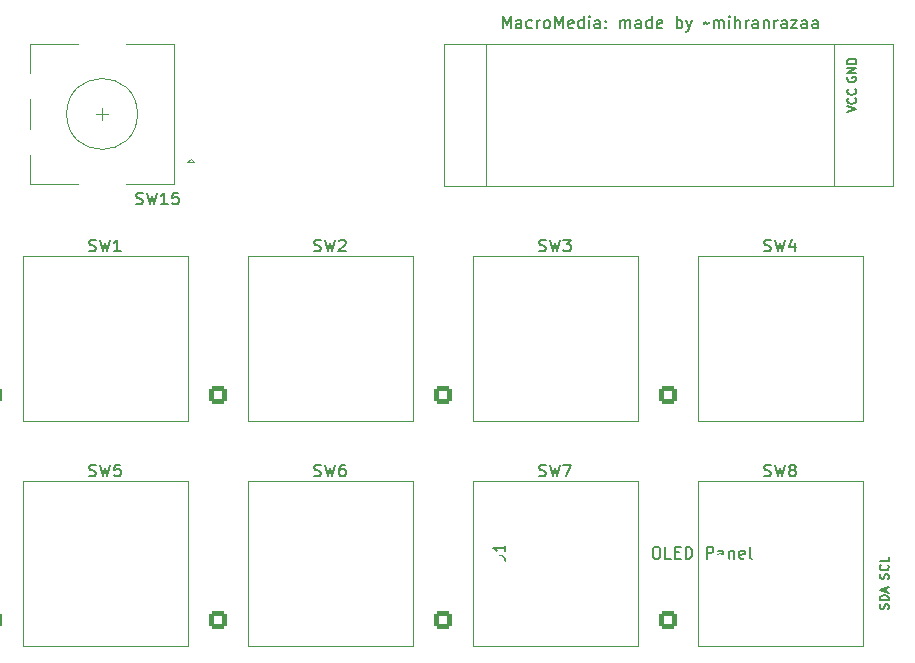
<source format=gto>
G04 #@! TF.GenerationSoftware,KiCad,Pcbnew,9.0.2*
G04 #@! TF.CreationDate,2025-06-09T08:41:51+05:30*
G04 #@! TF.ProjectId,DevBuddy,44657642-7564-4647-992e-6b696361645f,rev?*
G04 #@! TF.SameCoordinates,Original*
G04 #@! TF.FileFunction,Legend,Top*
G04 #@! TF.FilePolarity,Positive*
%FSLAX46Y46*%
G04 Gerber Fmt 4.6, Leading zero omitted, Abs format (unit mm)*
G04 Created by KiCad (PCBNEW 9.0.2) date 2025-06-09 08:41:51*
%MOMM*%
%LPD*%
G01*
G04 APERTURE LIST*
G04 Aperture macros list*
%AMRoundRect*
0 Rectangle with rounded corners*
0 $1 Rounding radius*
0 $2 $3 $4 $5 $6 $7 $8 $9 X,Y pos of 4 corners*
0 Add a 4 corners polygon primitive as box body*
4,1,4,$2,$3,$4,$5,$6,$7,$8,$9,$2,$3,0*
0 Add four circle primitives for the rounded corners*
1,1,$1+$1,$2,$3*
1,1,$1+$1,$4,$5*
1,1,$1+$1,$6,$7*
1,1,$1+$1,$8,$9*
0 Add four rect primitives between the rounded corners*
20,1,$1+$1,$2,$3,$4,$5,0*
20,1,$1+$1,$4,$5,$6,$7,0*
20,1,$1+$1,$6,$7,$8,$9,0*
20,1,$1+$1,$8,$9,$2,$3,0*%
G04 Aperture macros list end*
%ADD10C,0.150000*%
%ADD11C,0.040000*%
%ADD12C,0.120000*%
%ADD13C,1.524000*%
%ADD14R,1.700000X1.700000*%
%ADD15O,1.700000X1.700000*%
%ADD16C,2.000000*%
%ADD17R,3.200000X2.000000*%
%ADD18R,2.000000X2.000000*%
%ADD19C,2.200000*%
%ADD20C,1.700000*%
%ADD21C,4.000000*%
%ADD22C,1.600000*%
%ADD23RoundRect,0.250000X0.550000X-0.550000X0.550000X0.550000X-0.550000X0.550000X-0.550000X-0.550000X0*%
G04 APERTURE END LIST*
D10*
X136068029Y-80832319D02*
X136068029Y-79832319D01*
X136068029Y-79832319D02*
X136401362Y-80546604D01*
X136401362Y-80546604D02*
X136734695Y-79832319D01*
X136734695Y-79832319D02*
X136734695Y-80832319D01*
X137639457Y-80832319D02*
X137639457Y-80308509D01*
X137639457Y-80308509D02*
X137591838Y-80213271D01*
X137591838Y-80213271D02*
X137496600Y-80165652D01*
X137496600Y-80165652D02*
X137306124Y-80165652D01*
X137306124Y-80165652D02*
X137210886Y-80213271D01*
X137639457Y-80784700D02*
X137544219Y-80832319D01*
X137544219Y-80832319D02*
X137306124Y-80832319D01*
X137306124Y-80832319D02*
X137210886Y-80784700D01*
X137210886Y-80784700D02*
X137163267Y-80689461D01*
X137163267Y-80689461D02*
X137163267Y-80594223D01*
X137163267Y-80594223D02*
X137210886Y-80498985D01*
X137210886Y-80498985D02*
X137306124Y-80451366D01*
X137306124Y-80451366D02*
X137544219Y-80451366D01*
X137544219Y-80451366D02*
X137639457Y-80403747D01*
X138544219Y-80784700D02*
X138448981Y-80832319D01*
X138448981Y-80832319D02*
X138258505Y-80832319D01*
X138258505Y-80832319D02*
X138163267Y-80784700D01*
X138163267Y-80784700D02*
X138115648Y-80737080D01*
X138115648Y-80737080D02*
X138068029Y-80641842D01*
X138068029Y-80641842D02*
X138068029Y-80356128D01*
X138068029Y-80356128D02*
X138115648Y-80260890D01*
X138115648Y-80260890D02*
X138163267Y-80213271D01*
X138163267Y-80213271D02*
X138258505Y-80165652D01*
X138258505Y-80165652D02*
X138448981Y-80165652D01*
X138448981Y-80165652D02*
X138544219Y-80213271D01*
X138972791Y-80832319D02*
X138972791Y-80165652D01*
X138972791Y-80356128D02*
X139020410Y-80260890D01*
X139020410Y-80260890D02*
X139068029Y-80213271D01*
X139068029Y-80213271D02*
X139163267Y-80165652D01*
X139163267Y-80165652D02*
X139258505Y-80165652D01*
X139734696Y-80832319D02*
X139639458Y-80784700D01*
X139639458Y-80784700D02*
X139591839Y-80737080D01*
X139591839Y-80737080D02*
X139544220Y-80641842D01*
X139544220Y-80641842D02*
X139544220Y-80356128D01*
X139544220Y-80356128D02*
X139591839Y-80260890D01*
X139591839Y-80260890D02*
X139639458Y-80213271D01*
X139639458Y-80213271D02*
X139734696Y-80165652D01*
X139734696Y-80165652D02*
X139877553Y-80165652D01*
X139877553Y-80165652D02*
X139972791Y-80213271D01*
X139972791Y-80213271D02*
X140020410Y-80260890D01*
X140020410Y-80260890D02*
X140068029Y-80356128D01*
X140068029Y-80356128D02*
X140068029Y-80641842D01*
X140068029Y-80641842D02*
X140020410Y-80737080D01*
X140020410Y-80737080D02*
X139972791Y-80784700D01*
X139972791Y-80784700D02*
X139877553Y-80832319D01*
X139877553Y-80832319D02*
X139734696Y-80832319D01*
X140496601Y-80832319D02*
X140496601Y-79832319D01*
X140496601Y-79832319D02*
X140829934Y-80546604D01*
X140829934Y-80546604D02*
X141163267Y-79832319D01*
X141163267Y-79832319D02*
X141163267Y-80832319D01*
X142020410Y-80784700D02*
X141925172Y-80832319D01*
X141925172Y-80832319D02*
X141734696Y-80832319D01*
X141734696Y-80832319D02*
X141639458Y-80784700D01*
X141639458Y-80784700D02*
X141591839Y-80689461D01*
X141591839Y-80689461D02*
X141591839Y-80308509D01*
X141591839Y-80308509D02*
X141639458Y-80213271D01*
X141639458Y-80213271D02*
X141734696Y-80165652D01*
X141734696Y-80165652D02*
X141925172Y-80165652D01*
X141925172Y-80165652D02*
X142020410Y-80213271D01*
X142020410Y-80213271D02*
X142068029Y-80308509D01*
X142068029Y-80308509D02*
X142068029Y-80403747D01*
X142068029Y-80403747D02*
X141591839Y-80498985D01*
X142925172Y-80832319D02*
X142925172Y-79832319D01*
X142925172Y-80784700D02*
X142829934Y-80832319D01*
X142829934Y-80832319D02*
X142639458Y-80832319D01*
X142639458Y-80832319D02*
X142544220Y-80784700D01*
X142544220Y-80784700D02*
X142496601Y-80737080D01*
X142496601Y-80737080D02*
X142448982Y-80641842D01*
X142448982Y-80641842D02*
X142448982Y-80356128D01*
X142448982Y-80356128D02*
X142496601Y-80260890D01*
X142496601Y-80260890D02*
X142544220Y-80213271D01*
X142544220Y-80213271D02*
X142639458Y-80165652D01*
X142639458Y-80165652D02*
X142829934Y-80165652D01*
X142829934Y-80165652D02*
X142925172Y-80213271D01*
X143401363Y-80832319D02*
X143401363Y-80165652D01*
X143401363Y-79832319D02*
X143353744Y-79879938D01*
X143353744Y-79879938D02*
X143401363Y-79927557D01*
X143401363Y-79927557D02*
X143448982Y-79879938D01*
X143448982Y-79879938D02*
X143401363Y-79832319D01*
X143401363Y-79832319D02*
X143401363Y-79927557D01*
X144306124Y-80832319D02*
X144306124Y-80308509D01*
X144306124Y-80308509D02*
X144258505Y-80213271D01*
X144258505Y-80213271D02*
X144163267Y-80165652D01*
X144163267Y-80165652D02*
X143972791Y-80165652D01*
X143972791Y-80165652D02*
X143877553Y-80213271D01*
X144306124Y-80784700D02*
X144210886Y-80832319D01*
X144210886Y-80832319D02*
X143972791Y-80832319D01*
X143972791Y-80832319D02*
X143877553Y-80784700D01*
X143877553Y-80784700D02*
X143829934Y-80689461D01*
X143829934Y-80689461D02*
X143829934Y-80594223D01*
X143829934Y-80594223D02*
X143877553Y-80498985D01*
X143877553Y-80498985D02*
X143972791Y-80451366D01*
X143972791Y-80451366D02*
X144210886Y-80451366D01*
X144210886Y-80451366D02*
X144306124Y-80403747D01*
X144782315Y-80737080D02*
X144829934Y-80784700D01*
X144829934Y-80784700D02*
X144782315Y-80832319D01*
X144782315Y-80832319D02*
X144734696Y-80784700D01*
X144734696Y-80784700D02*
X144782315Y-80737080D01*
X144782315Y-80737080D02*
X144782315Y-80832319D01*
X144782315Y-80213271D02*
X144829934Y-80260890D01*
X144829934Y-80260890D02*
X144782315Y-80308509D01*
X144782315Y-80308509D02*
X144734696Y-80260890D01*
X144734696Y-80260890D02*
X144782315Y-80213271D01*
X144782315Y-80213271D02*
X144782315Y-80308509D01*
X146020410Y-80832319D02*
X146020410Y-80165652D01*
X146020410Y-80260890D02*
X146068029Y-80213271D01*
X146068029Y-80213271D02*
X146163267Y-80165652D01*
X146163267Y-80165652D02*
X146306124Y-80165652D01*
X146306124Y-80165652D02*
X146401362Y-80213271D01*
X146401362Y-80213271D02*
X146448981Y-80308509D01*
X146448981Y-80308509D02*
X146448981Y-80832319D01*
X146448981Y-80308509D02*
X146496600Y-80213271D01*
X146496600Y-80213271D02*
X146591838Y-80165652D01*
X146591838Y-80165652D02*
X146734695Y-80165652D01*
X146734695Y-80165652D02*
X146829934Y-80213271D01*
X146829934Y-80213271D02*
X146877553Y-80308509D01*
X146877553Y-80308509D02*
X146877553Y-80832319D01*
X147782314Y-80832319D02*
X147782314Y-80308509D01*
X147782314Y-80308509D02*
X147734695Y-80213271D01*
X147734695Y-80213271D02*
X147639457Y-80165652D01*
X147639457Y-80165652D02*
X147448981Y-80165652D01*
X147448981Y-80165652D02*
X147353743Y-80213271D01*
X147782314Y-80784700D02*
X147687076Y-80832319D01*
X147687076Y-80832319D02*
X147448981Y-80832319D01*
X147448981Y-80832319D02*
X147353743Y-80784700D01*
X147353743Y-80784700D02*
X147306124Y-80689461D01*
X147306124Y-80689461D02*
X147306124Y-80594223D01*
X147306124Y-80594223D02*
X147353743Y-80498985D01*
X147353743Y-80498985D02*
X147448981Y-80451366D01*
X147448981Y-80451366D02*
X147687076Y-80451366D01*
X147687076Y-80451366D02*
X147782314Y-80403747D01*
X148687076Y-80832319D02*
X148687076Y-79832319D01*
X148687076Y-80784700D02*
X148591838Y-80832319D01*
X148591838Y-80832319D02*
X148401362Y-80832319D01*
X148401362Y-80832319D02*
X148306124Y-80784700D01*
X148306124Y-80784700D02*
X148258505Y-80737080D01*
X148258505Y-80737080D02*
X148210886Y-80641842D01*
X148210886Y-80641842D02*
X148210886Y-80356128D01*
X148210886Y-80356128D02*
X148258505Y-80260890D01*
X148258505Y-80260890D02*
X148306124Y-80213271D01*
X148306124Y-80213271D02*
X148401362Y-80165652D01*
X148401362Y-80165652D02*
X148591838Y-80165652D01*
X148591838Y-80165652D02*
X148687076Y-80213271D01*
X149544219Y-80784700D02*
X149448981Y-80832319D01*
X149448981Y-80832319D02*
X149258505Y-80832319D01*
X149258505Y-80832319D02*
X149163267Y-80784700D01*
X149163267Y-80784700D02*
X149115648Y-80689461D01*
X149115648Y-80689461D02*
X149115648Y-80308509D01*
X149115648Y-80308509D02*
X149163267Y-80213271D01*
X149163267Y-80213271D02*
X149258505Y-80165652D01*
X149258505Y-80165652D02*
X149448981Y-80165652D01*
X149448981Y-80165652D02*
X149544219Y-80213271D01*
X149544219Y-80213271D02*
X149591838Y-80308509D01*
X149591838Y-80308509D02*
X149591838Y-80403747D01*
X149591838Y-80403747D02*
X149115648Y-80498985D01*
X150782315Y-80832319D02*
X150782315Y-79832319D01*
X150782315Y-80213271D02*
X150877553Y-80165652D01*
X150877553Y-80165652D02*
X151068029Y-80165652D01*
X151068029Y-80165652D02*
X151163267Y-80213271D01*
X151163267Y-80213271D02*
X151210886Y-80260890D01*
X151210886Y-80260890D02*
X151258505Y-80356128D01*
X151258505Y-80356128D02*
X151258505Y-80641842D01*
X151258505Y-80641842D02*
X151210886Y-80737080D01*
X151210886Y-80737080D02*
X151163267Y-80784700D01*
X151163267Y-80784700D02*
X151068029Y-80832319D01*
X151068029Y-80832319D02*
X150877553Y-80832319D01*
X150877553Y-80832319D02*
X150782315Y-80784700D01*
X151591839Y-80165652D02*
X151829934Y-80832319D01*
X152068029Y-80165652D02*
X151829934Y-80832319D01*
X151829934Y-80832319D02*
X151734696Y-81070414D01*
X151734696Y-81070414D02*
X151687077Y-81118033D01*
X151687077Y-81118033D02*
X151591839Y-81165652D01*
X153068030Y-80451366D02*
X153115649Y-80403747D01*
X153115649Y-80403747D02*
X153210887Y-80356128D01*
X153210887Y-80356128D02*
X153401363Y-80451366D01*
X153401363Y-80451366D02*
X153496601Y-80403747D01*
X153496601Y-80403747D02*
X153544220Y-80356128D01*
X153925173Y-80832319D02*
X153925173Y-80165652D01*
X153925173Y-80260890D02*
X153972792Y-80213271D01*
X153972792Y-80213271D02*
X154068030Y-80165652D01*
X154068030Y-80165652D02*
X154210887Y-80165652D01*
X154210887Y-80165652D02*
X154306125Y-80213271D01*
X154306125Y-80213271D02*
X154353744Y-80308509D01*
X154353744Y-80308509D02*
X154353744Y-80832319D01*
X154353744Y-80308509D02*
X154401363Y-80213271D01*
X154401363Y-80213271D02*
X154496601Y-80165652D01*
X154496601Y-80165652D02*
X154639458Y-80165652D01*
X154639458Y-80165652D02*
X154734697Y-80213271D01*
X154734697Y-80213271D02*
X154782316Y-80308509D01*
X154782316Y-80308509D02*
X154782316Y-80832319D01*
X155258506Y-80832319D02*
X155258506Y-80165652D01*
X155258506Y-79832319D02*
X155210887Y-79879938D01*
X155210887Y-79879938D02*
X155258506Y-79927557D01*
X155258506Y-79927557D02*
X155306125Y-79879938D01*
X155306125Y-79879938D02*
X155258506Y-79832319D01*
X155258506Y-79832319D02*
X155258506Y-79927557D01*
X155734696Y-80832319D02*
X155734696Y-79832319D01*
X156163267Y-80832319D02*
X156163267Y-80308509D01*
X156163267Y-80308509D02*
X156115648Y-80213271D01*
X156115648Y-80213271D02*
X156020410Y-80165652D01*
X156020410Y-80165652D02*
X155877553Y-80165652D01*
X155877553Y-80165652D02*
X155782315Y-80213271D01*
X155782315Y-80213271D02*
X155734696Y-80260890D01*
X156639458Y-80832319D02*
X156639458Y-80165652D01*
X156639458Y-80356128D02*
X156687077Y-80260890D01*
X156687077Y-80260890D02*
X156734696Y-80213271D01*
X156734696Y-80213271D02*
X156829934Y-80165652D01*
X156829934Y-80165652D02*
X156925172Y-80165652D01*
X157687077Y-80832319D02*
X157687077Y-80308509D01*
X157687077Y-80308509D02*
X157639458Y-80213271D01*
X157639458Y-80213271D02*
X157544220Y-80165652D01*
X157544220Y-80165652D02*
X157353744Y-80165652D01*
X157353744Y-80165652D02*
X157258506Y-80213271D01*
X157687077Y-80784700D02*
X157591839Y-80832319D01*
X157591839Y-80832319D02*
X157353744Y-80832319D01*
X157353744Y-80832319D02*
X157258506Y-80784700D01*
X157258506Y-80784700D02*
X157210887Y-80689461D01*
X157210887Y-80689461D02*
X157210887Y-80594223D01*
X157210887Y-80594223D02*
X157258506Y-80498985D01*
X157258506Y-80498985D02*
X157353744Y-80451366D01*
X157353744Y-80451366D02*
X157591839Y-80451366D01*
X157591839Y-80451366D02*
X157687077Y-80403747D01*
X158163268Y-80165652D02*
X158163268Y-80832319D01*
X158163268Y-80260890D02*
X158210887Y-80213271D01*
X158210887Y-80213271D02*
X158306125Y-80165652D01*
X158306125Y-80165652D02*
X158448982Y-80165652D01*
X158448982Y-80165652D02*
X158544220Y-80213271D01*
X158544220Y-80213271D02*
X158591839Y-80308509D01*
X158591839Y-80308509D02*
X158591839Y-80832319D01*
X159068030Y-80832319D02*
X159068030Y-80165652D01*
X159068030Y-80356128D02*
X159115649Y-80260890D01*
X159115649Y-80260890D02*
X159163268Y-80213271D01*
X159163268Y-80213271D02*
X159258506Y-80165652D01*
X159258506Y-80165652D02*
X159353744Y-80165652D01*
X160115649Y-80832319D02*
X160115649Y-80308509D01*
X160115649Y-80308509D02*
X160068030Y-80213271D01*
X160068030Y-80213271D02*
X159972792Y-80165652D01*
X159972792Y-80165652D02*
X159782316Y-80165652D01*
X159782316Y-80165652D02*
X159687078Y-80213271D01*
X160115649Y-80784700D02*
X160020411Y-80832319D01*
X160020411Y-80832319D02*
X159782316Y-80832319D01*
X159782316Y-80832319D02*
X159687078Y-80784700D01*
X159687078Y-80784700D02*
X159639459Y-80689461D01*
X159639459Y-80689461D02*
X159639459Y-80594223D01*
X159639459Y-80594223D02*
X159687078Y-80498985D01*
X159687078Y-80498985D02*
X159782316Y-80451366D01*
X159782316Y-80451366D02*
X160020411Y-80451366D01*
X160020411Y-80451366D02*
X160115649Y-80403747D01*
X160496602Y-80165652D02*
X161020411Y-80165652D01*
X161020411Y-80165652D02*
X160496602Y-80832319D01*
X160496602Y-80832319D02*
X161020411Y-80832319D01*
X161829935Y-80832319D02*
X161829935Y-80308509D01*
X161829935Y-80308509D02*
X161782316Y-80213271D01*
X161782316Y-80213271D02*
X161687078Y-80165652D01*
X161687078Y-80165652D02*
X161496602Y-80165652D01*
X161496602Y-80165652D02*
X161401364Y-80213271D01*
X161829935Y-80784700D02*
X161734697Y-80832319D01*
X161734697Y-80832319D02*
X161496602Y-80832319D01*
X161496602Y-80832319D02*
X161401364Y-80784700D01*
X161401364Y-80784700D02*
X161353745Y-80689461D01*
X161353745Y-80689461D02*
X161353745Y-80594223D01*
X161353745Y-80594223D02*
X161401364Y-80498985D01*
X161401364Y-80498985D02*
X161496602Y-80451366D01*
X161496602Y-80451366D02*
X161734697Y-80451366D01*
X161734697Y-80451366D02*
X161829935Y-80403747D01*
X162734697Y-80832319D02*
X162734697Y-80308509D01*
X162734697Y-80308509D02*
X162687078Y-80213271D01*
X162687078Y-80213271D02*
X162591840Y-80165652D01*
X162591840Y-80165652D02*
X162401364Y-80165652D01*
X162401364Y-80165652D02*
X162306126Y-80213271D01*
X162734697Y-80784700D02*
X162639459Y-80832319D01*
X162639459Y-80832319D02*
X162401364Y-80832319D01*
X162401364Y-80832319D02*
X162306126Y-80784700D01*
X162306126Y-80784700D02*
X162258507Y-80689461D01*
X162258507Y-80689461D02*
X162258507Y-80594223D01*
X162258507Y-80594223D02*
X162306126Y-80498985D01*
X162306126Y-80498985D02*
X162401364Y-80451366D01*
X162401364Y-80451366D02*
X162639459Y-80451366D01*
X162639459Y-80451366D02*
X162734697Y-80403747D01*
X135273569Y-125543333D02*
X135987854Y-125543333D01*
X135987854Y-125543333D02*
X136130711Y-125590952D01*
X136130711Y-125590952D02*
X136225950Y-125686190D01*
X136225950Y-125686190D02*
X136273569Y-125829047D01*
X136273569Y-125829047D02*
X136273569Y-125924285D01*
X136273569Y-124543333D02*
X136273569Y-125114761D01*
X136273569Y-124829047D02*
X135273569Y-124829047D01*
X135273569Y-124829047D02*
X135416426Y-124924285D01*
X135416426Y-124924285D02*
X135511664Y-125019523D01*
X135511664Y-125019523D02*
X135559283Y-125114761D01*
X168722200Y-130020713D02*
X168757914Y-129913571D01*
X168757914Y-129913571D02*
X168757914Y-129734999D01*
X168757914Y-129734999D02*
X168722200Y-129663571D01*
X168722200Y-129663571D02*
X168686485Y-129627856D01*
X168686485Y-129627856D02*
X168615057Y-129592142D01*
X168615057Y-129592142D02*
X168543628Y-129592142D01*
X168543628Y-129592142D02*
X168472200Y-129627856D01*
X168472200Y-129627856D02*
X168436485Y-129663571D01*
X168436485Y-129663571D02*
X168400771Y-129734999D01*
X168400771Y-129734999D02*
X168365057Y-129877856D01*
X168365057Y-129877856D02*
X168329342Y-129949285D01*
X168329342Y-129949285D02*
X168293628Y-129984999D01*
X168293628Y-129984999D02*
X168222200Y-130020713D01*
X168222200Y-130020713D02*
X168150771Y-130020713D01*
X168150771Y-130020713D02*
X168079342Y-129984999D01*
X168079342Y-129984999D02*
X168043628Y-129949285D01*
X168043628Y-129949285D02*
X168007914Y-129877856D01*
X168007914Y-129877856D02*
X168007914Y-129699285D01*
X168007914Y-129699285D02*
X168043628Y-129592142D01*
X168757914Y-129270713D02*
X168007914Y-129270713D01*
X168007914Y-129270713D02*
X168007914Y-129092142D01*
X168007914Y-129092142D02*
X168043628Y-128984999D01*
X168043628Y-128984999D02*
X168115057Y-128913570D01*
X168115057Y-128913570D02*
X168186485Y-128877856D01*
X168186485Y-128877856D02*
X168329342Y-128842142D01*
X168329342Y-128842142D02*
X168436485Y-128842142D01*
X168436485Y-128842142D02*
X168579342Y-128877856D01*
X168579342Y-128877856D02*
X168650771Y-128913570D01*
X168650771Y-128913570D02*
X168722200Y-128984999D01*
X168722200Y-128984999D02*
X168757914Y-129092142D01*
X168757914Y-129092142D02*
X168757914Y-129270713D01*
X168543628Y-128556427D02*
X168543628Y-128199285D01*
X168757914Y-128627856D02*
X168007914Y-128377856D01*
X168007914Y-128377856D02*
X168757914Y-128127856D01*
X148990178Y-124754819D02*
X149180654Y-124754819D01*
X149180654Y-124754819D02*
X149275892Y-124802438D01*
X149275892Y-124802438D02*
X149371130Y-124897676D01*
X149371130Y-124897676D02*
X149418749Y-125088152D01*
X149418749Y-125088152D02*
X149418749Y-125421485D01*
X149418749Y-125421485D02*
X149371130Y-125611961D01*
X149371130Y-125611961D02*
X149275892Y-125707200D01*
X149275892Y-125707200D02*
X149180654Y-125754819D01*
X149180654Y-125754819D02*
X148990178Y-125754819D01*
X148990178Y-125754819D02*
X148894940Y-125707200D01*
X148894940Y-125707200D02*
X148799702Y-125611961D01*
X148799702Y-125611961D02*
X148752083Y-125421485D01*
X148752083Y-125421485D02*
X148752083Y-125088152D01*
X148752083Y-125088152D02*
X148799702Y-124897676D01*
X148799702Y-124897676D02*
X148894940Y-124802438D01*
X148894940Y-124802438D02*
X148990178Y-124754819D01*
X150323511Y-125754819D02*
X149847321Y-125754819D01*
X149847321Y-125754819D02*
X149847321Y-124754819D01*
X150656845Y-125231009D02*
X150990178Y-125231009D01*
X151133035Y-125754819D02*
X150656845Y-125754819D01*
X150656845Y-125754819D02*
X150656845Y-124754819D01*
X150656845Y-124754819D02*
X151133035Y-124754819D01*
X151561607Y-125754819D02*
X151561607Y-124754819D01*
X151561607Y-124754819D02*
X151799702Y-124754819D01*
X151799702Y-124754819D02*
X151942559Y-124802438D01*
X151942559Y-124802438D02*
X152037797Y-124897676D01*
X152037797Y-124897676D02*
X152085416Y-124992914D01*
X152085416Y-124992914D02*
X152133035Y-125183390D01*
X152133035Y-125183390D02*
X152133035Y-125326247D01*
X152133035Y-125326247D02*
X152085416Y-125516723D01*
X152085416Y-125516723D02*
X152037797Y-125611961D01*
X152037797Y-125611961D02*
X151942559Y-125707200D01*
X151942559Y-125707200D02*
X151799702Y-125754819D01*
X151799702Y-125754819D02*
X151561607Y-125754819D01*
X153323512Y-125754819D02*
X153323512Y-124754819D01*
X153323512Y-124754819D02*
X153704464Y-124754819D01*
X153704464Y-124754819D02*
X153799702Y-124802438D01*
X153799702Y-124802438D02*
X153847321Y-124850057D01*
X153847321Y-124850057D02*
X153894940Y-124945295D01*
X153894940Y-124945295D02*
X153894940Y-125088152D01*
X153894940Y-125088152D02*
X153847321Y-125183390D01*
X153847321Y-125183390D02*
X153799702Y-125231009D01*
X153799702Y-125231009D02*
X153704464Y-125278628D01*
X153704464Y-125278628D02*
X153323512Y-125278628D01*
X154752083Y-125754819D02*
X154752083Y-125231009D01*
X154752083Y-125231009D02*
X154704464Y-125135771D01*
X154704464Y-125135771D02*
X154609226Y-125088152D01*
X154609226Y-125088152D02*
X154418750Y-125088152D01*
X154418750Y-125088152D02*
X154323512Y-125135771D01*
X154752083Y-125707200D02*
X154656845Y-125754819D01*
X154656845Y-125754819D02*
X154418750Y-125754819D01*
X154418750Y-125754819D02*
X154323512Y-125707200D01*
X154323512Y-125707200D02*
X154275893Y-125611961D01*
X154275893Y-125611961D02*
X154275893Y-125516723D01*
X154275893Y-125516723D02*
X154323512Y-125421485D01*
X154323512Y-125421485D02*
X154418750Y-125373866D01*
X154418750Y-125373866D02*
X154656845Y-125373866D01*
X154656845Y-125373866D02*
X154752083Y-125326247D01*
X155228274Y-125088152D02*
X155228274Y-125754819D01*
X155228274Y-125183390D02*
X155275893Y-125135771D01*
X155275893Y-125135771D02*
X155371131Y-125088152D01*
X155371131Y-125088152D02*
X155513988Y-125088152D01*
X155513988Y-125088152D02*
X155609226Y-125135771D01*
X155609226Y-125135771D02*
X155656845Y-125231009D01*
X155656845Y-125231009D02*
X155656845Y-125754819D01*
X156513988Y-125707200D02*
X156418750Y-125754819D01*
X156418750Y-125754819D02*
X156228274Y-125754819D01*
X156228274Y-125754819D02*
X156133036Y-125707200D01*
X156133036Y-125707200D02*
X156085417Y-125611961D01*
X156085417Y-125611961D02*
X156085417Y-125231009D01*
X156085417Y-125231009D02*
X156133036Y-125135771D01*
X156133036Y-125135771D02*
X156228274Y-125088152D01*
X156228274Y-125088152D02*
X156418750Y-125088152D01*
X156418750Y-125088152D02*
X156513988Y-125135771D01*
X156513988Y-125135771D02*
X156561607Y-125231009D01*
X156561607Y-125231009D02*
X156561607Y-125326247D01*
X156561607Y-125326247D02*
X156085417Y-125421485D01*
X157133036Y-125754819D02*
X157037798Y-125707200D01*
X157037798Y-125707200D02*
X156990179Y-125611961D01*
X156990179Y-125611961D02*
X156990179Y-124754819D01*
X165258628Y-84982678D02*
X165222914Y-85054107D01*
X165222914Y-85054107D02*
X165222914Y-85161249D01*
X165222914Y-85161249D02*
X165258628Y-85268392D01*
X165258628Y-85268392D02*
X165330057Y-85339821D01*
X165330057Y-85339821D02*
X165401485Y-85375535D01*
X165401485Y-85375535D02*
X165544342Y-85411249D01*
X165544342Y-85411249D02*
X165651485Y-85411249D01*
X165651485Y-85411249D02*
X165794342Y-85375535D01*
X165794342Y-85375535D02*
X165865771Y-85339821D01*
X165865771Y-85339821D02*
X165937200Y-85268392D01*
X165937200Y-85268392D02*
X165972914Y-85161249D01*
X165972914Y-85161249D02*
X165972914Y-85089821D01*
X165972914Y-85089821D02*
X165937200Y-84982678D01*
X165937200Y-84982678D02*
X165901485Y-84946964D01*
X165901485Y-84946964D02*
X165651485Y-84946964D01*
X165651485Y-84946964D02*
X165651485Y-85089821D01*
X165972914Y-84625535D02*
X165222914Y-84625535D01*
X165222914Y-84625535D02*
X165972914Y-84196964D01*
X165972914Y-84196964D02*
X165222914Y-84196964D01*
X165972914Y-83839821D02*
X165222914Y-83839821D01*
X165222914Y-83839821D02*
X165222914Y-83661250D01*
X165222914Y-83661250D02*
X165258628Y-83554107D01*
X165258628Y-83554107D02*
X165330057Y-83482678D01*
X165330057Y-83482678D02*
X165401485Y-83446964D01*
X165401485Y-83446964D02*
X165544342Y-83411250D01*
X165544342Y-83411250D02*
X165651485Y-83411250D01*
X165651485Y-83411250D02*
X165794342Y-83446964D01*
X165794342Y-83446964D02*
X165865771Y-83482678D01*
X165865771Y-83482678D02*
X165937200Y-83554107D01*
X165937200Y-83554107D02*
X165972914Y-83661250D01*
X165972914Y-83661250D02*
X165972914Y-83839821D01*
X165222914Y-87951249D02*
X165972914Y-87701249D01*
X165972914Y-87701249D02*
X165222914Y-87451249D01*
X165901485Y-86772678D02*
X165937200Y-86808392D01*
X165937200Y-86808392D02*
X165972914Y-86915535D01*
X165972914Y-86915535D02*
X165972914Y-86986963D01*
X165972914Y-86986963D02*
X165937200Y-87094106D01*
X165937200Y-87094106D02*
X165865771Y-87165535D01*
X165865771Y-87165535D02*
X165794342Y-87201249D01*
X165794342Y-87201249D02*
X165651485Y-87236963D01*
X165651485Y-87236963D02*
X165544342Y-87236963D01*
X165544342Y-87236963D02*
X165401485Y-87201249D01*
X165401485Y-87201249D02*
X165330057Y-87165535D01*
X165330057Y-87165535D02*
X165258628Y-87094106D01*
X165258628Y-87094106D02*
X165222914Y-86986963D01*
X165222914Y-86986963D02*
X165222914Y-86915535D01*
X165222914Y-86915535D02*
X165258628Y-86808392D01*
X165258628Y-86808392D02*
X165294342Y-86772678D01*
X165901485Y-86022678D02*
X165937200Y-86058392D01*
X165937200Y-86058392D02*
X165972914Y-86165535D01*
X165972914Y-86165535D02*
X165972914Y-86236963D01*
X165972914Y-86236963D02*
X165937200Y-86344106D01*
X165937200Y-86344106D02*
X165865771Y-86415535D01*
X165865771Y-86415535D02*
X165794342Y-86451249D01*
X165794342Y-86451249D02*
X165651485Y-86486963D01*
X165651485Y-86486963D02*
X165544342Y-86486963D01*
X165544342Y-86486963D02*
X165401485Y-86451249D01*
X165401485Y-86451249D02*
X165330057Y-86415535D01*
X165330057Y-86415535D02*
X165258628Y-86344106D01*
X165258628Y-86344106D02*
X165222914Y-86236963D01*
X165222914Y-86236963D02*
X165222914Y-86165535D01*
X165222914Y-86165535D02*
X165258628Y-86058392D01*
X165258628Y-86058392D02*
X165294342Y-86022678D01*
X168722200Y-127462856D02*
X168757914Y-127355714D01*
X168757914Y-127355714D02*
X168757914Y-127177142D01*
X168757914Y-127177142D02*
X168722200Y-127105714D01*
X168722200Y-127105714D02*
X168686485Y-127069999D01*
X168686485Y-127069999D02*
X168615057Y-127034285D01*
X168615057Y-127034285D02*
X168543628Y-127034285D01*
X168543628Y-127034285D02*
X168472200Y-127069999D01*
X168472200Y-127069999D02*
X168436485Y-127105714D01*
X168436485Y-127105714D02*
X168400771Y-127177142D01*
X168400771Y-127177142D02*
X168365057Y-127319999D01*
X168365057Y-127319999D02*
X168329342Y-127391428D01*
X168329342Y-127391428D02*
X168293628Y-127427142D01*
X168293628Y-127427142D02*
X168222200Y-127462856D01*
X168222200Y-127462856D02*
X168150771Y-127462856D01*
X168150771Y-127462856D02*
X168079342Y-127427142D01*
X168079342Y-127427142D02*
X168043628Y-127391428D01*
X168043628Y-127391428D02*
X168007914Y-127319999D01*
X168007914Y-127319999D02*
X168007914Y-127141428D01*
X168007914Y-127141428D02*
X168043628Y-127034285D01*
X168686485Y-126284285D02*
X168722200Y-126319999D01*
X168722200Y-126319999D02*
X168757914Y-126427142D01*
X168757914Y-126427142D02*
X168757914Y-126498570D01*
X168757914Y-126498570D02*
X168722200Y-126605713D01*
X168722200Y-126605713D02*
X168650771Y-126677142D01*
X168650771Y-126677142D02*
X168579342Y-126712856D01*
X168579342Y-126712856D02*
X168436485Y-126748570D01*
X168436485Y-126748570D02*
X168329342Y-126748570D01*
X168329342Y-126748570D02*
X168186485Y-126712856D01*
X168186485Y-126712856D02*
X168115057Y-126677142D01*
X168115057Y-126677142D02*
X168043628Y-126605713D01*
X168043628Y-126605713D02*
X168007914Y-126498570D01*
X168007914Y-126498570D02*
X168007914Y-126427142D01*
X168007914Y-126427142D02*
X168043628Y-126319999D01*
X168043628Y-126319999D02*
X168079342Y-126284285D01*
X168757914Y-125605713D02*
X168757914Y-125962856D01*
X168757914Y-125962856D02*
X168007914Y-125962856D01*
X105034226Y-95713450D02*
X105177083Y-95761069D01*
X105177083Y-95761069D02*
X105415178Y-95761069D01*
X105415178Y-95761069D02*
X105510416Y-95713450D01*
X105510416Y-95713450D02*
X105558035Y-95665830D01*
X105558035Y-95665830D02*
X105605654Y-95570592D01*
X105605654Y-95570592D02*
X105605654Y-95475354D01*
X105605654Y-95475354D02*
X105558035Y-95380116D01*
X105558035Y-95380116D02*
X105510416Y-95332497D01*
X105510416Y-95332497D02*
X105415178Y-95284878D01*
X105415178Y-95284878D02*
X105224702Y-95237259D01*
X105224702Y-95237259D02*
X105129464Y-95189640D01*
X105129464Y-95189640D02*
X105081845Y-95142021D01*
X105081845Y-95142021D02*
X105034226Y-95046783D01*
X105034226Y-95046783D02*
X105034226Y-94951545D01*
X105034226Y-94951545D02*
X105081845Y-94856307D01*
X105081845Y-94856307D02*
X105129464Y-94808688D01*
X105129464Y-94808688D02*
X105224702Y-94761069D01*
X105224702Y-94761069D02*
X105462797Y-94761069D01*
X105462797Y-94761069D02*
X105605654Y-94808688D01*
X105938988Y-94761069D02*
X106177083Y-95761069D01*
X106177083Y-95761069D02*
X106367559Y-95046783D01*
X106367559Y-95046783D02*
X106558035Y-95761069D01*
X106558035Y-95761069D02*
X106796131Y-94761069D01*
X107700892Y-95761069D02*
X107129464Y-95761069D01*
X107415178Y-95761069D02*
X107415178Y-94761069D01*
X107415178Y-94761069D02*
X107319940Y-94903926D01*
X107319940Y-94903926D02*
X107224702Y-94999164D01*
X107224702Y-94999164D02*
X107129464Y-95046783D01*
X108605654Y-94761069D02*
X108129464Y-94761069D01*
X108129464Y-94761069D02*
X108081845Y-95237259D01*
X108081845Y-95237259D02*
X108129464Y-95189640D01*
X108129464Y-95189640D02*
X108224702Y-95142021D01*
X108224702Y-95142021D02*
X108462797Y-95142021D01*
X108462797Y-95142021D02*
X108558035Y-95189640D01*
X108558035Y-95189640D02*
X108605654Y-95237259D01*
X108605654Y-95237259D02*
X108653273Y-95332497D01*
X108653273Y-95332497D02*
X108653273Y-95570592D01*
X108653273Y-95570592D02*
X108605654Y-95665830D01*
X108605654Y-95665830D02*
X108558035Y-95713450D01*
X108558035Y-95713450D02*
X108462797Y-95761069D01*
X108462797Y-95761069D02*
X108224702Y-95761069D01*
X108224702Y-95761069D02*
X108129464Y-95713450D01*
X108129464Y-95713450D02*
X108081845Y-95665830D01*
X139160417Y-118739450D02*
X139303274Y-118787069D01*
X139303274Y-118787069D02*
X139541369Y-118787069D01*
X139541369Y-118787069D02*
X139636607Y-118739450D01*
X139636607Y-118739450D02*
X139684226Y-118691830D01*
X139684226Y-118691830D02*
X139731845Y-118596592D01*
X139731845Y-118596592D02*
X139731845Y-118501354D01*
X139731845Y-118501354D02*
X139684226Y-118406116D01*
X139684226Y-118406116D02*
X139636607Y-118358497D01*
X139636607Y-118358497D02*
X139541369Y-118310878D01*
X139541369Y-118310878D02*
X139350893Y-118263259D01*
X139350893Y-118263259D02*
X139255655Y-118215640D01*
X139255655Y-118215640D02*
X139208036Y-118168021D01*
X139208036Y-118168021D02*
X139160417Y-118072783D01*
X139160417Y-118072783D02*
X139160417Y-117977545D01*
X139160417Y-117977545D02*
X139208036Y-117882307D01*
X139208036Y-117882307D02*
X139255655Y-117834688D01*
X139255655Y-117834688D02*
X139350893Y-117787069D01*
X139350893Y-117787069D02*
X139588988Y-117787069D01*
X139588988Y-117787069D02*
X139731845Y-117834688D01*
X140065179Y-117787069D02*
X140303274Y-118787069D01*
X140303274Y-118787069D02*
X140493750Y-118072783D01*
X140493750Y-118072783D02*
X140684226Y-118787069D01*
X140684226Y-118787069D02*
X140922322Y-117787069D01*
X141208036Y-117787069D02*
X141874702Y-117787069D01*
X141874702Y-117787069D02*
X141446131Y-118787069D01*
X101060417Y-99689450D02*
X101203274Y-99737069D01*
X101203274Y-99737069D02*
X101441369Y-99737069D01*
X101441369Y-99737069D02*
X101536607Y-99689450D01*
X101536607Y-99689450D02*
X101584226Y-99641830D01*
X101584226Y-99641830D02*
X101631845Y-99546592D01*
X101631845Y-99546592D02*
X101631845Y-99451354D01*
X101631845Y-99451354D02*
X101584226Y-99356116D01*
X101584226Y-99356116D02*
X101536607Y-99308497D01*
X101536607Y-99308497D02*
X101441369Y-99260878D01*
X101441369Y-99260878D02*
X101250893Y-99213259D01*
X101250893Y-99213259D02*
X101155655Y-99165640D01*
X101155655Y-99165640D02*
X101108036Y-99118021D01*
X101108036Y-99118021D02*
X101060417Y-99022783D01*
X101060417Y-99022783D02*
X101060417Y-98927545D01*
X101060417Y-98927545D02*
X101108036Y-98832307D01*
X101108036Y-98832307D02*
X101155655Y-98784688D01*
X101155655Y-98784688D02*
X101250893Y-98737069D01*
X101250893Y-98737069D02*
X101488988Y-98737069D01*
X101488988Y-98737069D02*
X101631845Y-98784688D01*
X101965179Y-98737069D02*
X102203274Y-99737069D01*
X102203274Y-99737069D02*
X102393750Y-99022783D01*
X102393750Y-99022783D02*
X102584226Y-99737069D01*
X102584226Y-99737069D02*
X102822322Y-98737069D01*
X103727083Y-99737069D02*
X103155655Y-99737069D01*
X103441369Y-99737069D02*
X103441369Y-98737069D01*
X103441369Y-98737069D02*
X103346131Y-98879926D01*
X103346131Y-98879926D02*
X103250893Y-98975164D01*
X103250893Y-98975164D02*
X103155655Y-99022783D01*
X158210417Y-118739450D02*
X158353274Y-118787069D01*
X158353274Y-118787069D02*
X158591369Y-118787069D01*
X158591369Y-118787069D02*
X158686607Y-118739450D01*
X158686607Y-118739450D02*
X158734226Y-118691830D01*
X158734226Y-118691830D02*
X158781845Y-118596592D01*
X158781845Y-118596592D02*
X158781845Y-118501354D01*
X158781845Y-118501354D02*
X158734226Y-118406116D01*
X158734226Y-118406116D02*
X158686607Y-118358497D01*
X158686607Y-118358497D02*
X158591369Y-118310878D01*
X158591369Y-118310878D02*
X158400893Y-118263259D01*
X158400893Y-118263259D02*
X158305655Y-118215640D01*
X158305655Y-118215640D02*
X158258036Y-118168021D01*
X158258036Y-118168021D02*
X158210417Y-118072783D01*
X158210417Y-118072783D02*
X158210417Y-117977545D01*
X158210417Y-117977545D02*
X158258036Y-117882307D01*
X158258036Y-117882307D02*
X158305655Y-117834688D01*
X158305655Y-117834688D02*
X158400893Y-117787069D01*
X158400893Y-117787069D02*
X158638988Y-117787069D01*
X158638988Y-117787069D02*
X158781845Y-117834688D01*
X159115179Y-117787069D02*
X159353274Y-118787069D01*
X159353274Y-118787069D02*
X159543750Y-118072783D01*
X159543750Y-118072783D02*
X159734226Y-118787069D01*
X159734226Y-118787069D02*
X159972322Y-117787069D01*
X160496131Y-118215640D02*
X160400893Y-118168021D01*
X160400893Y-118168021D02*
X160353274Y-118120402D01*
X160353274Y-118120402D02*
X160305655Y-118025164D01*
X160305655Y-118025164D02*
X160305655Y-117977545D01*
X160305655Y-117977545D02*
X160353274Y-117882307D01*
X160353274Y-117882307D02*
X160400893Y-117834688D01*
X160400893Y-117834688D02*
X160496131Y-117787069D01*
X160496131Y-117787069D02*
X160686607Y-117787069D01*
X160686607Y-117787069D02*
X160781845Y-117834688D01*
X160781845Y-117834688D02*
X160829464Y-117882307D01*
X160829464Y-117882307D02*
X160877083Y-117977545D01*
X160877083Y-117977545D02*
X160877083Y-118025164D01*
X160877083Y-118025164D02*
X160829464Y-118120402D01*
X160829464Y-118120402D02*
X160781845Y-118168021D01*
X160781845Y-118168021D02*
X160686607Y-118215640D01*
X160686607Y-118215640D02*
X160496131Y-118215640D01*
X160496131Y-118215640D02*
X160400893Y-118263259D01*
X160400893Y-118263259D02*
X160353274Y-118310878D01*
X160353274Y-118310878D02*
X160305655Y-118406116D01*
X160305655Y-118406116D02*
X160305655Y-118596592D01*
X160305655Y-118596592D02*
X160353274Y-118691830D01*
X160353274Y-118691830D02*
X160400893Y-118739450D01*
X160400893Y-118739450D02*
X160496131Y-118787069D01*
X160496131Y-118787069D02*
X160686607Y-118787069D01*
X160686607Y-118787069D02*
X160781845Y-118739450D01*
X160781845Y-118739450D02*
X160829464Y-118691830D01*
X160829464Y-118691830D02*
X160877083Y-118596592D01*
X160877083Y-118596592D02*
X160877083Y-118406116D01*
X160877083Y-118406116D02*
X160829464Y-118310878D01*
X160829464Y-118310878D02*
X160781845Y-118263259D01*
X160781845Y-118263259D02*
X160686607Y-118215640D01*
X120110417Y-118739450D02*
X120253274Y-118787069D01*
X120253274Y-118787069D02*
X120491369Y-118787069D01*
X120491369Y-118787069D02*
X120586607Y-118739450D01*
X120586607Y-118739450D02*
X120634226Y-118691830D01*
X120634226Y-118691830D02*
X120681845Y-118596592D01*
X120681845Y-118596592D02*
X120681845Y-118501354D01*
X120681845Y-118501354D02*
X120634226Y-118406116D01*
X120634226Y-118406116D02*
X120586607Y-118358497D01*
X120586607Y-118358497D02*
X120491369Y-118310878D01*
X120491369Y-118310878D02*
X120300893Y-118263259D01*
X120300893Y-118263259D02*
X120205655Y-118215640D01*
X120205655Y-118215640D02*
X120158036Y-118168021D01*
X120158036Y-118168021D02*
X120110417Y-118072783D01*
X120110417Y-118072783D02*
X120110417Y-117977545D01*
X120110417Y-117977545D02*
X120158036Y-117882307D01*
X120158036Y-117882307D02*
X120205655Y-117834688D01*
X120205655Y-117834688D02*
X120300893Y-117787069D01*
X120300893Y-117787069D02*
X120538988Y-117787069D01*
X120538988Y-117787069D02*
X120681845Y-117834688D01*
X121015179Y-117787069D02*
X121253274Y-118787069D01*
X121253274Y-118787069D02*
X121443750Y-118072783D01*
X121443750Y-118072783D02*
X121634226Y-118787069D01*
X121634226Y-118787069D02*
X121872322Y-117787069D01*
X122681845Y-117787069D02*
X122491369Y-117787069D01*
X122491369Y-117787069D02*
X122396131Y-117834688D01*
X122396131Y-117834688D02*
X122348512Y-117882307D01*
X122348512Y-117882307D02*
X122253274Y-118025164D01*
X122253274Y-118025164D02*
X122205655Y-118215640D01*
X122205655Y-118215640D02*
X122205655Y-118596592D01*
X122205655Y-118596592D02*
X122253274Y-118691830D01*
X122253274Y-118691830D02*
X122300893Y-118739450D01*
X122300893Y-118739450D02*
X122396131Y-118787069D01*
X122396131Y-118787069D02*
X122586607Y-118787069D01*
X122586607Y-118787069D02*
X122681845Y-118739450D01*
X122681845Y-118739450D02*
X122729464Y-118691830D01*
X122729464Y-118691830D02*
X122777083Y-118596592D01*
X122777083Y-118596592D02*
X122777083Y-118358497D01*
X122777083Y-118358497D02*
X122729464Y-118263259D01*
X122729464Y-118263259D02*
X122681845Y-118215640D01*
X122681845Y-118215640D02*
X122586607Y-118168021D01*
X122586607Y-118168021D02*
X122396131Y-118168021D01*
X122396131Y-118168021D02*
X122300893Y-118215640D01*
X122300893Y-118215640D02*
X122253274Y-118263259D01*
X122253274Y-118263259D02*
X122205655Y-118358497D01*
X101060417Y-118739450D02*
X101203274Y-118787069D01*
X101203274Y-118787069D02*
X101441369Y-118787069D01*
X101441369Y-118787069D02*
X101536607Y-118739450D01*
X101536607Y-118739450D02*
X101584226Y-118691830D01*
X101584226Y-118691830D02*
X101631845Y-118596592D01*
X101631845Y-118596592D02*
X101631845Y-118501354D01*
X101631845Y-118501354D02*
X101584226Y-118406116D01*
X101584226Y-118406116D02*
X101536607Y-118358497D01*
X101536607Y-118358497D02*
X101441369Y-118310878D01*
X101441369Y-118310878D02*
X101250893Y-118263259D01*
X101250893Y-118263259D02*
X101155655Y-118215640D01*
X101155655Y-118215640D02*
X101108036Y-118168021D01*
X101108036Y-118168021D02*
X101060417Y-118072783D01*
X101060417Y-118072783D02*
X101060417Y-117977545D01*
X101060417Y-117977545D02*
X101108036Y-117882307D01*
X101108036Y-117882307D02*
X101155655Y-117834688D01*
X101155655Y-117834688D02*
X101250893Y-117787069D01*
X101250893Y-117787069D02*
X101488988Y-117787069D01*
X101488988Y-117787069D02*
X101631845Y-117834688D01*
X101965179Y-117787069D02*
X102203274Y-118787069D01*
X102203274Y-118787069D02*
X102393750Y-118072783D01*
X102393750Y-118072783D02*
X102584226Y-118787069D01*
X102584226Y-118787069D02*
X102822322Y-117787069D01*
X103679464Y-117787069D02*
X103203274Y-117787069D01*
X103203274Y-117787069D02*
X103155655Y-118263259D01*
X103155655Y-118263259D02*
X103203274Y-118215640D01*
X103203274Y-118215640D02*
X103298512Y-118168021D01*
X103298512Y-118168021D02*
X103536607Y-118168021D01*
X103536607Y-118168021D02*
X103631845Y-118215640D01*
X103631845Y-118215640D02*
X103679464Y-118263259D01*
X103679464Y-118263259D02*
X103727083Y-118358497D01*
X103727083Y-118358497D02*
X103727083Y-118596592D01*
X103727083Y-118596592D02*
X103679464Y-118691830D01*
X103679464Y-118691830D02*
X103631845Y-118739450D01*
X103631845Y-118739450D02*
X103536607Y-118787069D01*
X103536607Y-118787069D02*
X103298512Y-118787069D01*
X103298512Y-118787069D02*
X103203274Y-118739450D01*
X103203274Y-118739450D02*
X103155655Y-118691830D01*
X158210417Y-99689450D02*
X158353274Y-99737069D01*
X158353274Y-99737069D02*
X158591369Y-99737069D01*
X158591369Y-99737069D02*
X158686607Y-99689450D01*
X158686607Y-99689450D02*
X158734226Y-99641830D01*
X158734226Y-99641830D02*
X158781845Y-99546592D01*
X158781845Y-99546592D02*
X158781845Y-99451354D01*
X158781845Y-99451354D02*
X158734226Y-99356116D01*
X158734226Y-99356116D02*
X158686607Y-99308497D01*
X158686607Y-99308497D02*
X158591369Y-99260878D01*
X158591369Y-99260878D02*
X158400893Y-99213259D01*
X158400893Y-99213259D02*
X158305655Y-99165640D01*
X158305655Y-99165640D02*
X158258036Y-99118021D01*
X158258036Y-99118021D02*
X158210417Y-99022783D01*
X158210417Y-99022783D02*
X158210417Y-98927545D01*
X158210417Y-98927545D02*
X158258036Y-98832307D01*
X158258036Y-98832307D02*
X158305655Y-98784688D01*
X158305655Y-98784688D02*
X158400893Y-98737069D01*
X158400893Y-98737069D02*
X158638988Y-98737069D01*
X158638988Y-98737069D02*
X158781845Y-98784688D01*
X159115179Y-98737069D02*
X159353274Y-99737069D01*
X159353274Y-99737069D02*
X159543750Y-99022783D01*
X159543750Y-99022783D02*
X159734226Y-99737069D01*
X159734226Y-99737069D02*
X159972322Y-98737069D01*
X160781845Y-99070402D02*
X160781845Y-99737069D01*
X160543750Y-98689450D02*
X160305655Y-99403735D01*
X160305655Y-99403735D02*
X160924702Y-99403735D01*
X139160417Y-99689450D02*
X139303274Y-99737069D01*
X139303274Y-99737069D02*
X139541369Y-99737069D01*
X139541369Y-99737069D02*
X139636607Y-99689450D01*
X139636607Y-99689450D02*
X139684226Y-99641830D01*
X139684226Y-99641830D02*
X139731845Y-99546592D01*
X139731845Y-99546592D02*
X139731845Y-99451354D01*
X139731845Y-99451354D02*
X139684226Y-99356116D01*
X139684226Y-99356116D02*
X139636607Y-99308497D01*
X139636607Y-99308497D02*
X139541369Y-99260878D01*
X139541369Y-99260878D02*
X139350893Y-99213259D01*
X139350893Y-99213259D02*
X139255655Y-99165640D01*
X139255655Y-99165640D02*
X139208036Y-99118021D01*
X139208036Y-99118021D02*
X139160417Y-99022783D01*
X139160417Y-99022783D02*
X139160417Y-98927545D01*
X139160417Y-98927545D02*
X139208036Y-98832307D01*
X139208036Y-98832307D02*
X139255655Y-98784688D01*
X139255655Y-98784688D02*
X139350893Y-98737069D01*
X139350893Y-98737069D02*
X139588988Y-98737069D01*
X139588988Y-98737069D02*
X139731845Y-98784688D01*
X140065179Y-98737069D02*
X140303274Y-99737069D01*
X140303274Y-99737069D02*
X140493750Y-99022783D01*
X140493750Y-99022783D02*
X140684226Y-99737069D01*
X140684226Y-99737069D02*
X140922322Y-98737069D01*
X141208036Y-98737069D02*
X141827083Y-98737069D01*
X141827083Y-98737069D02*
X141493750Y-99118021D01*
X141493750Y-99118021D02*
X141636607Y-99118021D01*
X141636607Y-99118021D02*
X141731845Y-99165640D01*
X141731845Y-99165640D02*
X141779464Y-99213259D01*
X141779464Y-99213259D02*
X141827083Y-99308497D01*
X141827083Y-99308497D02*
X141827083Y-99546592D01*
X141827083Y-99546592D02*
X141779464Y-99641830D01*
X141779464Y-99641830D02*
X141731845Y-99689450D01*
X141731845Y-99689450D02*
X141636607Y-99737069D01*
X141636607Y-99737069D02*
X141350893Y-99737069D01*
X141350893Y-99737069D02*
X141255655Y-99689450D01*
X141255655Y-99689450D02*
X141208036Y-99641830D01*
X120110417Y-99689450D02*
X120253274Y-99737069D01*
X120253274Y-99737069D02*
X120491369Y-99737069D01*
X120491369Y-99737069D02*
X120586607Y-99689450D01*
X120586607Y-99689450D02*
X120634226Y-99641830D01*
X120634226Y-99641830D02*
X120681845Y-99546592D01*
X120681845Y-99546592D02*
X120681845Y-99451354D01*
X120681845Y-99451354D02*
X120634226Y-99356116D01*
X120634226Y-99356116D02*
X120586607Y-99308497D01*
X120586607Y-99308497D02*
X120491369Y-99260878D01*
X120491369Y-99260878D02*
X120300893Y-99213259D01*
X120300893Y-99213259D02*
X120205655Y-99165640D01*
X120205655Y-99165640D02*
X120158036Y-99118021D01*
X120158036Y-99118021D02*
X120110417Y-99022783D01*
X120110417Y-99022783D02*
X120110417Y-98927545D01*
X120110417Y-98927545D02*
X120158036Y-98832307D01*
X120158036Y-98832307D02*
X120205655Y-98784688D01*
X120205655Y-98784688D02*
X120300893Y-98737069D01*
X120300893Y-98737069D02*
X120538988Y-98737069D01*
X120538988Y-98737069D02*
X120681845Y-98784688D01*
X121015179Y-98737069D02*
X121253274Y-99737069D01*
X121253274Y-99737069D02*
X121443750Y-99022783D01*
X121443750Y-99022783D02*
X121634226Y-99737069D01*
X121634226Y-99737069D02*
X121872322Y-98737069D01*
X122205655Y-98832307D02*
X122253274Y-98784688D01*
X122253274Y-98784688D02*
X122348512Y-98737069D01*
X122348512Y-98737069D02*
X122586607Y-98737069D01*
X122586607Y-98737069D02*
X122681845Y-98784688D01*
X122681845Y-98784688D02*
X122729464Y-98832307D01*
X122729464Y-98832307D02*
X122777083Y-98927545D01*
X122777083Y-98927545D02*
X122777083Y-99022783D01*
X122777083Y-99022783D02*
X122729464Y-99165640D01*
X122729464Y-99165640D02*
X122158036Y-99737069D01*
X122158036Y-99737069D02*
X122777083Y-99737069D01*
D11*
G04 #@! TO.C,J1*
X134633750Y-82221250D02*
X134633750Y-94221250D01*
X164133750Y-82221250D02*
X164133750Y-94221250D01*
X169133750Y-82221250D02*
X131133750Y-82221250D01*
X131133750Y-82221250D02*
X131133750Y-94221250D01*
X131133750Y-94221250D02*
X169133750Y-94221250D01*
X169133750Y-94221250D02*
X169133750Y-82221250D01*
D12*
G04 #@! TO.C,SW15*
X102643750Y-88106250D02*
X101643750Y-88106250D01*
X102143750Y-88606250D02*
X102143750Y-87606250D01*
X96043750Y-84606250D02*
X96043750Y-82206250D01*
X96043750Y-89406250D02*
X96043750Y-86806250D01*
X96043750Y-94006250D02*
X96043750Y-91606250D01*
X109343750Y-92206250D02*
X109643750Y-91906250D01*
X109943750Y-92206250D02*
X109343750Y-92206250D01*
X109643750Y-91906250D02*
X109943750Y-92206250D01*
X108243750Y-94006250D02*
X108243750Y-82206250D01*
X104143750Y-94006250D02*
X108243750Y-94006250D01*
X104143750Y-82206250D02*
X108243750Y-82206250D01*
X96043750Y-82206250D02*
X100143750Y-82206250D01*
X100143750Y-94006250D02*
X96043750Y-94006250D01*
X105143750Y-88106250D02*
G75*
G02*
X99143750Y-88106250I-3000000J0D01*
G01*
X99143750Y-88106250D02*
G75*
G02*
X105143750Y-88106250I3000000J0D01*
G01*
G04 #@! TO.C,SW7*
X147478750Y-133191250D02*
X133508750Y-133191250D01*
X147478750Y-119221250D02*
X147478750Y-133191250D01*
X133508750Y-133191250D02*
X133508750Y-119221250D01*
X133508750Y-119221250D02*
X147478750Y-119221250D01*
G04 #@! TO.C,SW1*
X109378750Y-114141250D02*
X95408750Y-114141250D01*
X109378750Y-100171250D02*
X109378750Y-114141250D01*
X95408750Y-114141250D02*
X95408750Y-100171250D01*
X95408750Y-100171250D02*
X109378750Y-100171250D01*
G04 #@! TO.C,SW8*
X152558750Y-119221250D02*
X166528750Y-119221250D01*
X152558750Y-133191250D02*
X152558750Y-119221250D01*
X166528750Y-119221250D02*
X166528750Y-133191250D01*
X166528750Y-133191250D02*
X152558750Y-133191250D01*
G04 #@! TO.C,SW6*
X114458750Y-119221250D02*
X128428750Y-119221250D01*
X114458750Y-133191250D02*
X114458750Y-119221250D01*
X128428750Y-119221250D02*
X128428750Y-133191250D01*
X128428750Y-133191250D02*
X114458750Y-133191250D01*
G04 #@! TO.C,SW5*
X95408750Y-119221250D02*
X109378750Y-119221250D01*
X95408750Y-133191250D02*
X95408750Y-119221250D01*
X109378750Y-119221250D02*
X109378750Y-133191250D01*
X109378750Y-133191250D02*
X95408750Y-133191250D01*
G04 #@! TO.C,SW4*
X152558750Y-100171250D02*
X166528750Y-100171250D01*
X152558750Y-114141250D02*
X152558750Y-100171250D01*
X166528750Y-100171250D02*
X166528750Y-114141250D01*
X166528750Y-114141250D02*
X152558750Y-114141250D01*
G04 #@! TO.C,SW3*
X133508750Y-100171250D02*
X147478750Y-100171250D01*
X133508750Y-114141250D02*
X133508750Y-100171250D01*
X147478750Y-100171250D02*
X147478750Y-114141250D01*
X147478750Y-114141250D02*
X133508750Y-114141250D01*
G04 #@! TO.C,SW2*
X114458750Y-100171250D02*
X128428750Y-100171250D01*
X114458750Y-114141250D02*
X114458750Y-100171250D01*
X128428750Y-100171250D02*
X128428750Y-114141250D01*
X128428750Y-114141250D02*
X114458750Y-114141250D01*
G04 #@! TD*
%LPC*%
D13*
G04 #@! TO.C,U1*
X129063750Y-80486250D03*
X129063750Y-83026250D03*
X129063750Y-85566250D03*
X129063750Y-88106250D03*
X129063750Y-90646250D03*
X129063750Y-93186250D03*
X129063750Y-95726250D03*
X113823750Y-95726250D03*
X113823750Y-93186250D03*
X113823750Y-90646250D03*
X113823750Y-88106250D03*
X113823750Y-85566250D03*
X113823750Y-83026250D03*
X113823750Y-80486250D03*
G04 #@! TD*
D14*
G04 #@! TO.C,J1*
X167633750Y-84411250D03*
D15*
X167633750Y-86951250D03*
X167633750Y-89491250D03*
X167633750Y-92031250D03*
G04 #@! TD*
D16*
G04 #@! TO.C,SW15*
X95143750Y-85606250D03*
X95143750Y-90606250D03*
D17*
X102143750Y-82506250D03*
X102143750Y-93706250D03*
D16*
X109643750Y-85606250D03*
X109643750Y-88106250D03*
D18*
X109643750Y-90606250D03*
G04 #@! TD*
D19*
G04 #@! TO.C,SW7*
X136683750Y-123666250D03*
X143033750Y-121126250D03*
D20*
X145573750Y-126206250D03*
D21*
X140493750Y-126206250D03*
D20*
X135413750Y-126206250D03*
G04 #@! TD*
D22*
G04 #@! TO.C,D5*
X92868750Y-123348750D03*
D23*
X92868750Y-130968750D03*
G04 #@! TD*
D22*
G04 #@! TO.C,D6*
X111918750Y-123348750D03*
D23*
X111918750Y-130968750D03*
G04 #@! TD*
D22*
G04 #@! TO.C,D4*
X150018750Y-104298750D03*
D23*
X150018750Y-111918750D03*
G04 #@! TD*
D22*
G04 #@! TO.C,D8*
X150018750Y-123348750D03*
D23*
X150018750Y-130968750D03*
G04 #@! TD*
D22*
G04 #@! TO.C,D7*
X130968750Y-123348750D03*
D23*
X130968750Y-130968750D03*
G04 #@! TD*
D19*
G04 #@! TO.C,SW1*
X98583750Y-104616250D03*
X104933750Y-102076250D03*
D20*
X107473750Y-107156250D03*
D21*
X102393750Y-107156250D03*
D20*
X97313750Y-107156250D03*
G04 #@! TD*
G04 #@! TO.C,SW8*
X154463750Y-126206250D03*
D21*
X159543750Y-126206250D03*
D20*
X164623750Y-126206250D03*
D19*
X162083750Y-121126250D03*
X155733750Y-123666250D03*
G04 #@! TD*
D20*
G04 #@! TO.C,SW6*
X116363750Y-126206250D03*
D21*
X121443750Y-126206250D03*
D20*
X126523750Y-126206250D03*
D19*
X123983750Y-121126250D03*
X117633750Y-123666250D03*
G04 #@! TD*
D20*
G04 #@! TO.C,SW5*
X97313750Y-126206250D03*
D21*
X102393750Y-126206250D03*
D20*
X107473750Y-126206250D03*
D19*
X104933750Y-121126250D03*
X98583750Y-123666250D03*
G04 #@! TD*
D20*
G04 #@! TO.C,SW4*
X154463750Y-107156250D03*
D21*
X159543750Y-107156250D03*
D20*
X164623750Y-107156250D03*
D19*
X162083750Y-102076250D03*
X155733750Y-104616250D03*
G04 #@! TD*
D20*
G04 #@! TO.C,SW3*
X135413750Y-107156250D03*
D21*
X140493750Y-107156250D03*
D20*
X145573750Y-107156250D03*
D19*
X143033750Y-102076250D03*
X136683750Y-104616250D03*
G04 #@! TD*
D20*
G04 #@! TO.C,SW2*
X116363750Y-107156250D03*
D21*
X121443750Y-107156250D03*
D20*
X126523750Y-107156250D03*
D19*
X123983750Y-102076250D03*
X117633750Y-104616250D03*
G04 #@! TD*
D23*
G04 #@! TO.C,D3*
X130968750Y-111918750D03*
D22*
X130968750Y-104298750D03*
G04 #@! TD*
D23*
G04 #@! TO.C,D2*
X111918750Y-111918750D03*
D22*
X111918750Y-104298750D03*
G04 #@! TD*
D23*
G04 #@! TO.C,D1*
X92868750Y-111918750D03*
D22*
X92868750Y-104298750D03*
G04 #@! TD*
%LPD*%
M02*

</source>
